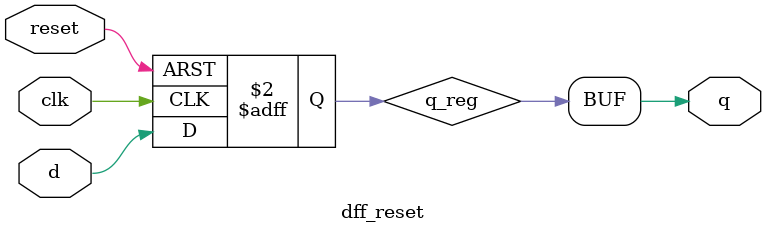
<source format=v>
module dff_reset (
input clk,
input reset,
input d,
output q);
reg q_reg;
always @( posedge clk , posedge reset )
    begin
        if ( reset ) 
            q_reg <=1'b0;
        else
            q_reg <= d;
    end

assign q= q_reg;
endmodule
</source>
